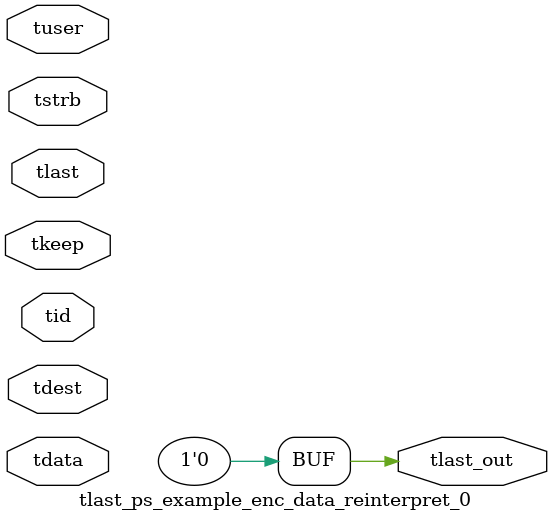
<source format=v>


`timescale 1ps/1ps

module tlast_ps_example_enc_data_reinterpret_0 #
(
parameter C_S_AXIS_TID_WIDTH   = 1,
parameter C_S_AXIS_TUSER_WIDTH = 0,
parameter C_S_AXIS_TDATA_WIDTH = 0,
parameter C_S_AXIS_TDEST_WIDTH = 0
)
(
input  [(C_S_AXIS_TID_WIDTH   == 0 ? 1 : C_S_AXIS_TID_WIDTH)-1:0       ] tid,
input  [(C_S_AXIS_TDATA_WIDTH == 0 ? 1 : C_S_AXIS_TDATA_WIDTH)-1:0     ] tdata,
input  [(C_S_AXIS_TUSER_WIDTH == 0 ? 1 : C_S_AXIS_TUSER_WIDTH)-1:0     ] tuser,
input  [(C_S_AXIS_TDEST_WIDTH == 0 ? 1 : C_S_AXIS_TDEST_WIDTH)-1:0     ] tdest,
input  [(C_S_AXIS_TDATA_WIDTH/8)-1:0 ] tkeep,
input  [(C_S_AXIS_TDATA_WIDTH/8)-1:0 ] tstrb,
input  [0:0]                                                             tlast,
output                                                                   tlast_out
);

assign tlast_out = {1'b0};

endmodule


</source>
